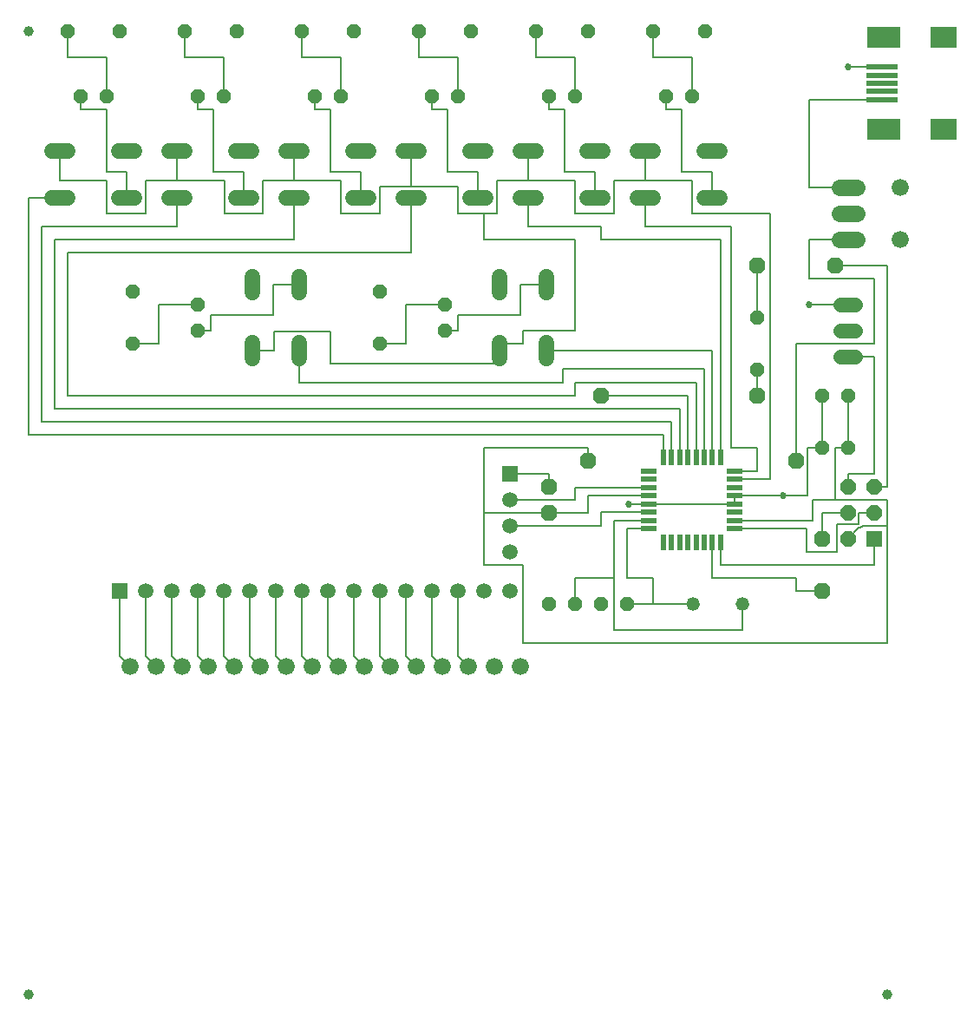
<source format=gtl>
G04 EAGLE Gerber RS-274X export*
G75*
%MOMM*%
%FSLAX34Y34*%
%LPD*%
%INTop Copper*%
%IPPOS*%
%AMOC8*
5,1,8,0,0,1.08239X$1,22.5*%
G01*
%ADD10C,1.676400*%
%ADD11R,1.508000X1.508000*%
%ADD12C,1.508000*%
%ADD13R,1.600000X0.550000*%
%ADD14R,0.550000X1.600000*%
%ADD15P,1.649562X8X112.500000*%
%ADD16R,1.524000X1.524000*%
%ADD17P,1.429621X8X202.500000*%
%ADD18P,1.429621X8X22.500000*%
%ADD19P,1.429621X8X292.500000*%
%ADD20R,2.500000X2.000000*%
%ADD21R,3.300000X2.000000*%
%ADD22R,3.100000X0.500000*%
%ADD23P,1.732040X8X292.500000*%
%ADD24C,1.320800*%
%ADD25P,1.732040X8X22.500000*%
%ADD26C,1.422400*%
%ADD27P,1.732040X8X202.500000*%
%ADD28C,1.650000*%
%ADD29P,1.429621X8X112.500000*%
%ADD30C,1.524000*%
%ADD31C,1.000000*%
%ADD32C,0.203200*%
%ADD33C,0.685800*%


D10*
X124500Y345500D03*
X149900Y345500D03*
X175300Y345500D03*
X200700Y345500D03*
X226100Y345500D03*
X251500Y345500D03*
X276900Y345500D03*
X302300Y345500D03*
X327700Y345500D03*
X353100Y345500D03*
X378500Y345500D03*
X403900Y345500D03*
X429300Y345500D03*
X454700Y345500D03*
X480100Y345500D03*
X505500Y345500D03*
D11*
X114300Y419100D03*
D12*
X139700Y419100D03*
X165100Y419100D03*
X190500Y419100D03*
X215900Y419100D03*
X241300Y419100D03*
X266700Y419100D03*
X292100Y419100D03*
X317500Y419100D03*
X342900Y419100D03*
X368300Y419100D03*
X393700Y419100D03*
X419100Y419100D03*
X444500Y419100D03*
X469900Y419100D03*
X495300Y419100D03*
D11*
X495300Y533400D03*
D12*
X495300Y508000D03*
X495300Y482600D03*
X495300Y457200D03*
D13*
X631300Y536000D03*
X631300Y528000D03*
X631300Y520000D03*
X631300Y512000D03*
X631300Y504000D03*
X631300Y496000D03*
X631300Y488000D03*
X631300Y480000D03*
D14*
X645100Y466200D03*
X653100Y466200D03*
X661100Y466200D03*
X669100Y466200D03*
X677100Y466200D03*
X685100Y466200D03*
X693100Y466200D03*
X701100Y466200D03*
D13*
X714900Y480000D03*
X714900Y488000D03*
X714900Y496000D03*
X714900Y504000D03*
X714900Y512000D03*
X714900Y520000D03*
X714900Y528000D03*
X714900Y536000D03*
D14*
X701100Y549800D03*
X693100Y549800D03*
X685100Y549800D03*
X677100Y549800D03*
X669100Y549800D03*
X661100Y549800D03*
X653100Y549800D03*
X645100Y549800D03*
D15*
X825500Y469900D03*
X825500Y495300D03*
X825500Y520700D03*
D16*
X850900Y469900D03*
D15*
X850900Y495300D03*
X850900Y520700D03*
D17*
X457200Y965200D03*
X406400Y965200D03*
D18*
X63500Y965200D03*
X114300Y965200D03*
D19*
X368300Y711200D03*
X368300Y660400D03*
X127000Y711200D03*
X127000Y660400D03*
D17*
X228600Y965200D03*
X177800Y965200D03*
X571500Y965200D03*
X520700Y965200D03*
D18*
X292100Y965200D03*
X342900Y965200D03*
D17*
X685800Y965200D03*
X635000Y965200D03*
D20*
X919000Y958900D03*
X919000Y869900D03*
D21*
X860000Y958900D03*
X860000Y869900D03*
D22*
X859000Y898400D03*
X859000Y906400D03*
X859000Y914400D03*
X859000Y922400D03*
X859000Y930400D03*
D23*
X533400Y520700D03*
X533400Y495300D03*
D17*
X609600Y406400D03*
X584200Y406400D03*
X558800Y406400D03*
X533400Y406400D03*
D24*
X722630Y406400D03*
X674370Y406400D03*
D25*
X584200Y609600D03*
X736600Y609600D03*
D26*
X818388Y698500D02*
X832612Y698500D01*
X832612Y673100D02*
X818388Y673100D01*
X818388Y647700D02*
X832612Y647700D01*
D27*
X812800Y736600D03*
X736600Y736600D03*
X774700Y546100D03*
X571500Y546100D03*
D28*
X817250Y812800D02*
X833750Y812800D01*
X833750Y787400D02*
X817250Y787400D01*
X817250Y762000D02*
X833750Y762000D01*
D10*
X876300Y812800D03*
X876300Y762000D03*
D23*
X800100Y469900D03*
X800100Y419100D03*
D29*
X736600Y635000D03*
X736600Y685800D03*
D30*
X64008Y848106D02*
X48768Y848106D01*
X48768Y802894D02*
X64008Y802894D01*
X113792Y848106D02*
X129032Y848106D01*
X129032Y802894D02*
X113792Y802894D01*
X163068Y848106D02*
X178308Y848106D01*
X178308Y802894D02*
X163068Y802894D01*
X228092Y848106D02*
X243332Y848106D01*
X243332Y802894D02*
X228092Y802894D01*
X277368Y848106D02*
X292608Y848106D01*
X292608Y802894D02*
X277368Y802894D01*
X342392Y848106D02*
X357632Y848106D01*
X357632Y802894D02*
X342392Y802894D01*
X620268Y848106D02*
X635508Y848106D01*
X635508Y802894D02*
X620268Y802894D01*
X685292Y848106D02*
X700532Y848106D01*
X700532Y802894D02*
X685292Y802894D01*
X521208Y848106D02*
X505968Y848106D01*
X505968Y802894D02*
X521208Y802894D01*
X570992Y848106D02*
X586232Y848106D01*
X586232Y802894D02*
X570992Y802894D01*
X244094Y660908D02*
X244094Y645668D01*
X289306Y645668D02*
X289306Y660908D01*
X244094Y710692D02*
X244094Y725932D01*
X289306Y725932D02*
X289306Y710692D01*
X391668Y848106D02*
X406908Y848106D01*
X406908Y802894D02*
X391668Y802894D01*
X456692Y848106D02*
X471932Y848106D01*
X471932Y802894D02*
X456692Y802894D01*
X485394Y660908D02*
X485394Y645668D01*
X530606Y645668D02*
X530606Y660908D01*
X485394Y710692D02*
X485394Y725932D01*
X530606Y725932D02*
X530606Y710692D01*
D18*
X76200Y901700D03*
X101600Y901700D03*
X190500Y901700D03*
X215900Y901700D03*
X304800Y901700D03*
X330200Y901700D03*
X647700Y901700D03*
X673100Y901700D03*
X533400Y901700D03*
X558800Y901700D03*
D29*
X431800Y673100D03*
X431800Y698500D03*
X190500Y673100D03*
X190500Y698500D03*
D18*
X419100Y901700D03*
X444500Y901700D03*
D31*
X25400Y25400D03*
X863600Y25400D03*
X25400Y965200D03*
D18*
X800100Y558800D03*
X825500Y558800D03*
X800100Y609600D03*
X825500Y609600D03*
D32*
X762000Y512000D02*
X714900Y512000D01*
X714900Y504000D01*
X631300Y504000D01*
D33*
X762000Y512000D03*
D32*
X631300Y504000D02*
X611123Y504000D01*
D33*
X611123Y504000D03*
D32*
X800100Y558800D02*
X800100Y609600D01*
X800100Y558800D02*
X785749Y558800D01*
X785749Y512000D01*
X762000Y512000D01*
X203200Y673100D02*
X203200Y688086D01*
X203200Y673100D02*
X190500Y673100D01*
X203200Y688086D02*
X263906Y688086D01*
X263906Y718312D02*
X289306Y718312D01*
X263906Y718312D02*
X263906Y688086D01*
X393700Y698500D02*
X431800Y698500D01*
X393700Y698500D02*
X393700Y660400D01*
X368300Y660400D01*
X419100Y889000D02*
X419100Y901700D01*
X419100Y889000D02*
X434086Y889000D01*
X434086Y828294D01*
X464312Y828294D02*
X464312Y802894D01*
X464312Y828294D02*
X434086Y828294D01*
X578612Y828294D02*
X578612Y802894D01*
X578612Y828294D02*
X548386Y828294D01*
X548386Y889000D02*
X533400Y889000D01*
X533400Y901700D01*
X548386Y889000D02*
X548386Y828294D01*
X266700Y419100D02*
X266700Y355700D01*
X276900Y345500D01*
X292100Y355700D02*
X292100Y419100D01*
X292100Y355700D02*
X302300Y345500D01*
X317500Y355700D02*
X327700Y345500D01*
X317500Y355700D02*
X317500Y419100D01*
X342900Y419100D02*
X342900Y355700D01*
X353100Y345500D01*
X368300Y355700D02*
X368300Y419100D01*
X368300Y355700D02*
X378500Y345500D01*
X393700Y355700D02*
X393700Y419100D01*
X393700Y355700D02*
X403900Y345500D01*
X419100Y355700D02*
X429300Y345500D01*
X419100Y355700D02*
X419100Y419100D01*
X444500Y419100D02*
X444500Y355700D01*
X454700Y345500D01*
X190500Y355700D02*
X190500Y419100D01*
X190500Y355700D02*
X200700Y345500D01*
X215900Y355700D02*
X215900Y419100D01*
X215900Y355700D02*
X226100Y345500D01*
X241300Y355700D02*
X241300Y419100D01*
X241300Y355700D02*
X251500Y345500D01*
X701100Y549800D02*
X701100Y762000D01*
X513588Y774700D02*
X513588Y802894D01*
X513588Y774700D02*
X584200Y774700D01*
X584200Y762000D01*
X701100Y762000D01*
X714900Y536000D02*
X736600Y536000D01*
X736600Y558800D01*
X711200Y558800D01*
X627888Y774700D02*
X627888Y802894D01*
X627888Y774700D02*
X711200Y774700D01*
X711200Y558800D01*
X693100Y549800D02*
X693100Y653288D01*
X530606Y653288D01*
X653100Y584200D02*
X653100Y549800D01*
X170688Y774700D02*
X170688Y802894D01*
X170688Y774700D02*
X38100Y774700D01*
X38100Y584200D01*
X653100Y584200D01*
X661100Y596200D02*
X661100Y549800D01*
X661100Y596200D02*
X660400Y596900D01*
X284988Y762000D02*
X50800Y762000D01*
X50800Y596900D01*
X660400Y596900D01*
X284988Y762000D02*
X284988Y802894D01*
X714900Y528000D02*
X749300Y528000D01*
X749300Y787400D01*
X368300Y787400D02*
X330200Y787400D01*
X469900Y787400D02*
X482600Y787400D01*
X469900Y787400D02*
X444500Y787400D01*
X558800Y787400D02*
X596900Y787400D01*
X673100Y787400D02*
X749300Y787400D01*
X254000Y787400D02*
X217297Y787400D01*
X284988Y819150D02*
X284988Y848106D01*
X56388Y848106D02*
X56388Y819150D01*
X101600Y787400D02*
X139700Y787400D01*
X170688Y819150D02*
X170688Y848106D01*
X170688Y819150D02*
X217297Y819150D01*
X217297Y787400D01*
X139700Y787400D02*
X139700Y819150D01*
X170688Y819150D01*
X513588Y819150D02*
X513588Y848106D01*
X558800Y819150D02*
X558800Y787400D01*
X558800Y819150D02*
X513588Y819150D01*
X482600Y819150D02*
X482600Y787400D01*
X482600Y819150D02*
X513588Y819150D01*
X254000Y819150D02*
X254000Y787400D01*
X254000Y819150D02*
X284988Y819150D01*
X330200Y819150D02*
X330200Y787400D01*
X330200Y819150D02*
X284988Y819150D01*
X627888Y819150D02*
X627888Y848106D01*
X596900Y819150D02*
X596900Y787400D01*
X596900Y819150D02*
X627888Y819150D01*
X673100Y819150D02*
X673100Y787400D01*
X673100Y819150D02*
X627888Y819150D01*
X265430Y653288D02*
X244094Y653288D01*
X265430Y653288D02*
X265430Y672592D01*
X320040Y640588D02*
X485394Y640588D01*
X485394Y653288D01*
X320040Y672592D02*
X265430Y672592D01*
X320040Y672592D02*
X320040Y640588D01*
X485394Y653288D02*
X485394Y660400D01*
X508000Y660400D01*
X508000Y673100D01*
X558800Y673100D01*
X558800Y762000D02*
X469900Y762000D01*
X469900Y787400D01*
X558800Y762000D02*
X558800Y673100D01*
X101600Y787400D02*
X101600Y819150D01*
X56388Y819150D01*
X444500Y813562D02*
X444500Y787400D01*
X444500Y813562D02*
X399288Y813562D01*
X368300Y813562D02*
X368300Y787400D01*
X399288Y813562D02*
X399288Y848106D01*
X399288Y813562D02*
X368300Y813562D01*
X850900Y520700D02*
X863600Y520700D01*
X863600Y736600D01*
X812800Y736600D01*
X685100Y635762D02*
X685100Y549800D01*
X289306Y622300D02*
X289306Y653288D01*
X546862Y635762D02*
X685100Y635762D01*
X546862Y635762D02*
X546862Y622300D01*
X289306Y622300D01*
X814832Y484632D02*
X814832Y457200D01*
X836168Y484632D02*
X836168Y495300D01*
X836168Y484632D02*
X814832Y484632D01*
X836168Y495300D02*
X850900Y495300D01*
X814832Y457200D02*
X784800Y457200D01*
X784800Y480000D02*
X714900Y480000D01*
X784800Y480000D02*
X784800Y457200D01*
X693100Y466200D02*
X693100Y431800D01*
X774700Y431800D01*
X774700Y419100D01*
X800100Y419100D01*
X850900Y444500D02*
X850900Y469900D01*
X701100Y466200D02*
X701100Y444500D01*
X850900Y444500D01*
X584200Y482600D02*
X495300Y482600D01*
X584200Y482600D02*
X584200Y496000D01*
X631300Y496000D01*
X677100Y549800D02*
X677100Y622300D01*
X399288Y749300D02*
X399288Y802894D01*
X399288Y749300D02*
X63500Y749300D01*
X63500Y609600D01*
X558800Y622300D02*
X677100Y622300D01*
X558800Y622300D02*
X558800Y609600D01*
X63500Y609600D01*
X609600Y480000D02*
X631300Y480000D01*
X609600Y480000D02*
X609600Y431800D01*
X635000Y431800D01*
X635000Y406400D01*
X609600Y406400D01*
X635000Y406400D02*
X674370Y406400D01*
X631300Y488000D02*
X596900Y488000D01*
X596900Y431800D01*
X558800Y431800D02*
X558800Y406400D01*
X722630Y406400D02*
X722630Y381000D01*
X596900Y381000D01*
X596900Y431800D01*
X558800Y431800D01*
X584200Y609600D02*
X669100Y609600D01*
X669100Y549800D01*
X825500Y647700D02*
X850900Y647700D01*
X850900Y533400D01*
X825500Y533400D01*
X825500Y520700D01*
X825500Y495300D02*
X800100Y495300D01*
X800100Y469900D01*
X736600Y609600D02*
X736600Y635000D01*
X76200Y889000D02*
X76200Y901700D01*
X76200Y889000D02*
X101600Y889000D01*
X101600Y828294D01*
X121412Y828294D02*
X121412Y802894D01*
X121412Y828294D02*
X101600Y828294D01*
X692912Y828294D02*
X692912Y802894D01*
X692912Y828294D02*
X662686Y828294D01*
X662686Y889000D02*
X647700Y889000D01*
X647700Y901700D01*
X662686Y889000D02*
X662686Y828294D01*
X571500Y495300D02*
X533400Y495300D01*
X571500Y495300D02*
X571500Y512000D01*
X631300Y512000D01*
X508000Y444500D02*
X469900Y444500D01*
X508000Y444500D02*
X508000Y368300D01*
X469900Y444500D02*
X469900Y495300D01*
X533400Y495300D01*
X863600Y482600D02*
X863600Y368300D01*
X508000Y368300D01*
X863600Y482600D02*
X863600Y508000D01*
X571500Y546100D02*
X571500Y558800D01*
X469900Y558800D01*
X469900Y495300D01*
X791100Y488000D02*
X791100Y508000D01*
X791100Y488000D02*
X714900Y488000D01*
X791100Y508000D02*
X812800Y508000D01*
X863600Y508000D01*
X825500Y558800D02*
X825500Y609600D01*
X836168Y480568D02*
X825500Y469900D01*
X836168Y480568D02*
X837851Y480568D01*
X839883Y482600D01*
X863600Y482600D01*
X825500Y558800D02*
X812800Y558800D01*
X812800Y508000D01*
D33*
X787400Y698500D03*
D32*
X825500Y930400D02*
X859000Y930400D01*
X825500Y698500D02*
X787400Y698500D01*
D33*
X825500Y930400D03*
D32*
X825500Y812800D02*
X787400Y812800D01*
X787400Y898400D01*
X859000Y898400D01*
X825500Y762000D02*
X787400Y762000D01*
X787400Y723900D01*
X850900Y723900D01*
X774700Y660400D02*
X774700Y546100D01*
X774700Y660400D02*
X850900Y660400D01*
X850900Y723900D01*
X114300Y419100D02*
X114300Y355700D01*
X124500Y345500D01*
X139700Y355700D02*
X139700Y419100D01*
X139700Y355700D02*
X149900Y345500D01*
X165100Y355700D02*
X165100Y419100D01*
X165100Y355700D02*
X175300Y345500D01*
X495300Y508000D02*
X558800Y508000D01*
X558800Y520000D01*
X631300Y520000D01*
X533400Y533400D02*
X495300Y533400D01*
X533400Y533400D02*
X533400Y520700D01*
X736600Y685800D02*
X736600Y736600D01*
X101600Y939800D02*
X63500Y939800D01*
X63500Y965200D01*
X101600Y939800D02*
X101600Y901700D01*
X645100Y571500D02*
X645100Y549800D01*
X645100Y571500D02*
X25400Y571500D01*
X25400Y802894D01*
X56388Y802894D01*
X177800Y939800D02*
X215900Y939800D01*
X177800Y939800D02*
X177800Y965200D01*
X215900Y939800D02*
X215900Y901700D01*
X292100Y939800D02*
X330200Y939800D01*
X292100Y939800D02*
X292100Y965200D01*
X330200Y939800D02*
X330200Y901700D01*
X635000Y939800D02*
X673100Y939800D01*
X635000Y939800D02*
X635000Y965200D01*
X673100Y939800D02*
X673100Y901700D01*
X558800Y939800D02*
X520700Y939800D01*
X520700Y965200D01*
X558800Y939800D02*
X558800Y901700D01*
X444500Y673100D02*
X431800Y673100D01*
X444500Y673100D02*
X444500Y688086D01*
X505206Y688086D01*
X505206Y718312D02*
X530606Y718312D01*
X505206Y718312D02*
X505206Y688086D01*
X190500Y698500D02*
X152400Y698500D01*
X152400Y660400D01*
X127000Y660400D01*
X406400Y939800D02*
X444500Y939800D01*
X406400Y939800D02*
X406400Y965200D01*
X444500Y939800D02*
X444500Y901700D01*
X205486Y889000D02*
X190500Y889000D01*
X190500Y901700D01*
X205486Y889000D02*
X205486Y828294D01*
X235712Y828294D02*
X235712Y802894D01*
X235712Y828294D02*
X205486Y828294D01*
X304800Y889000D02*
X319786Y889000D01*
X304800Y889000D02*
X304800Y901700D01*
X319786Y889000D02*
X319786Y828294D01*
X350012Y828294D02*
X350012Y802894D01*
X350012Y828294D02*
X319786Y828294D01*
M02*

</source>
